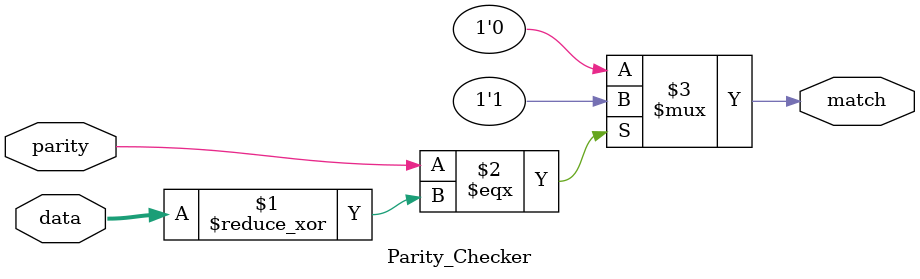
<source format=v>
module Parity_Checker(data,parity,match);
input [7:0] data;
input parity;
output match;
assign match = parity === (^data)?1'b1:1'b0;
endmodule
</source>
